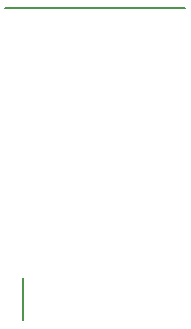
<source format=gbr>
%TF.GenerationSoftware,KiCad,Pcbnew,(5.1.12)-1*%
%TF.CreationDate,2022-05-27T21:16:08+02:00*%
%TF.ProjectId,ec1834-post,65633138-3334-42d7-906f-73742e6b6963,2b*%
%TF.SameCoordinates,Original*%
%TF.FileFunction,Other,ECO1*%
%FSLAX46Y46*%
G04 Gerber Fmt 4.6, Leading zero omitted, Abs format (unit mm)*
G04 Created by KiCad (PCBNEW (5.1.12)-1) date 2022-05-27 21:16:08*
%MOMM*%
%LPD*%
G01*
G04 APERTURE LIST*
%ADD10C,0.150000*%
G04 APERTURE END LIST*
D10*
X64262000Y-49530000D02*
X49022000Y-49530000D01*
X50546000Y-75946000D02*
X50546000Y-72390000D01*
M02*

</source>
